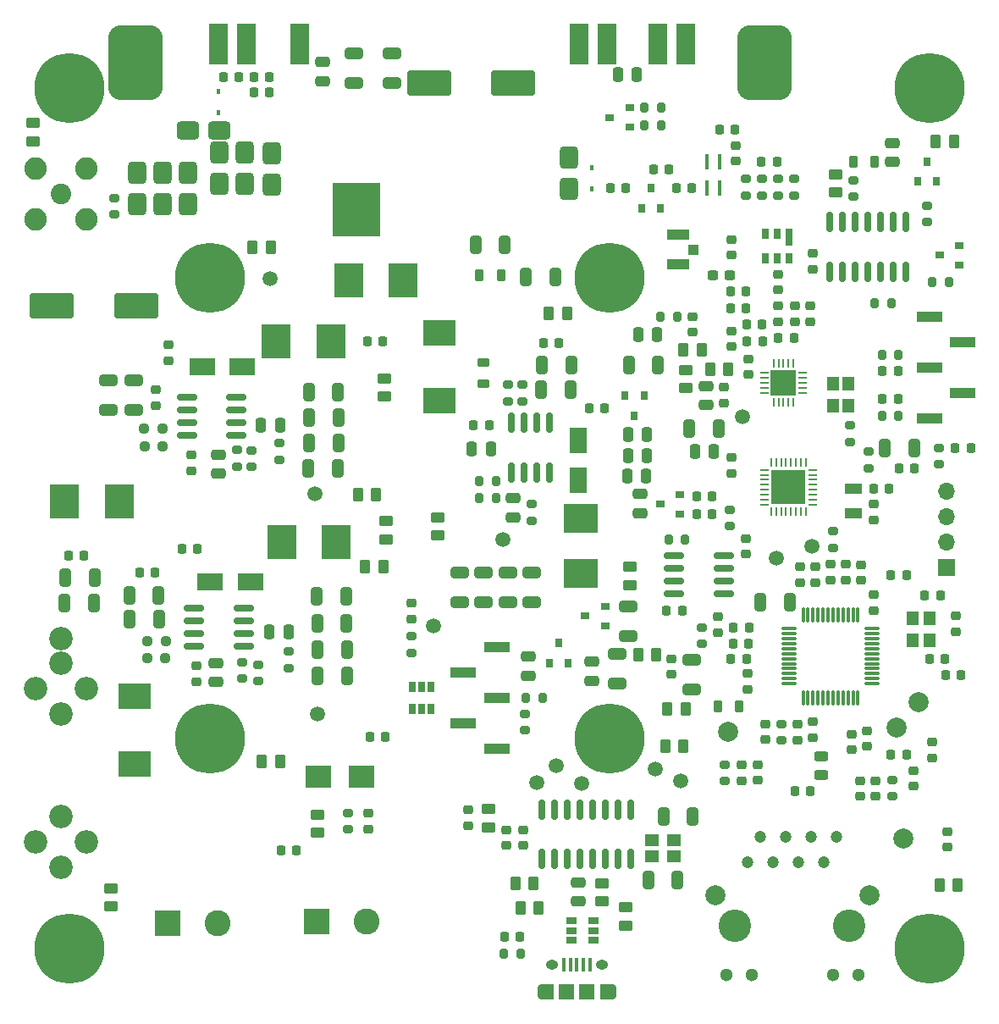
<source format=gts>
G04 #@! TF.GenerationSoftware,KiCad,Pcbnew,6.0.2+dfsg-1*
G04 #@! TF.CreationDate,2023-04-26T18:19:56+03:00*
G04 #@! TF.ProjectId,TACNPR,5441434e-5052-42e6-9b69-6361645f7063,rev?*
G04 #@! TF.SameCoordinates,Original*
G04 #@! TF.FileFunction,Soldermask,Top*
G04 #@! TF.FilePolarity,Negative*
%FSLAX46Y46*%
G04 Gerber Fmt 4.6, Leading zero omitted, Abs format (unit mm)*
G04 Created by KiCad (PCBNEW 6.0.2+dfsg-1) date 2023-04-26 18:19:56*
%MOMM*%
%LPD*%
G01*
G04 APERTURE LIST*
G04 Aperture macros list*
%AMRoundRect*
0 Rectangle with rounded corners*
0 $1 Rounding radius*
0 $2 $3 $4 $5 $6 $7 $8 $9 X,Y pos of 4 corners*
0 Add a 4 corners polygon primitive as box body*
4,1,4,$2,$3,$4,$5,$6,$7,$8,$9,$2,$3,0*
0 Add four circle primitives for the rounded corners*
1,1,$1+$1,$2,$3*
1,1,$1+$1,$4,$5*
1,1,$1+$1,$6,$7*
1,1,$1+$1,$8,$9*
0 Add four rect primitives between the rounded corners*
20,1,$1+$1,$2,$3,$4,$5,0*
20,1,$1+$1,$4,$5,$6,$7,0*
20,1,$1+$1,$6,$7,$8,$9,0*
20,1,$1+$1,$8,$9,$2,$3,0*%
%AMFreePoly0*
4,1,5,0.900000,-2.000000,-0.900000,-2.000000,-0.900000,2.000000,0.900000,2.000000,0.900000,-2.000000,0.900000,-2.000000,$1*%
G04 Aperture macros list end*
%ADD10C,0.100000*%
%ADD11RoundRect,0.225000X-0.225000X-0.250000X0.225000X-0.250000X0.225000X0.250000X-0.225000X0.250000X0*%
%ADD12RoundRect,0.200000X0.275000X-0.200000X0.275000X0.200000X-0.275000X0.200000X-0.275000X-0.200000X0*%
%ADD13RoundRect,0.150000X0.825000X0.150000X-0.825000X0.150000X-0.825000X-0.150000X0.825000X-0.150000X0*%
%ADD14RoundRect,0.225000X0.250000X-0.225000X0.250000X0.225000X-0.250000X0.225000X-0.250000X-0.225000X0*%
%ADD15C,1.500000*%
%ADD16R,2.950000X3.500000*%
%ADD17RoundRect,0.249999X-0.325001X-0.650001X0.325001X-0.650001X0.325001X0.650001X-0.325001X0.650001X0*%
%ADD18RoundRect,0.249999X0.650001X-0.325001X0.650001X0.325001X-0.650001X0.325001X-0.650001X-0.325001X0*%
%ADD19RoundRect,0.218750X-0.256250X0.218750X-0.256250X-0.218750X0.256250X-0.218750X0.256250X0.218750X0*%
%ADD20RoundRect,0.250000X-0.475000X0.250000X-0.475000X-0.250000X0.475000X-0.250000X0.475000X0.250000X0*%
%ADD21R,2.500000X1.800000*%
%ADD22RoundRect,0.237500X0.250000X0.237500X-0.250000X0.237500X-0.250000X-0.237500X0.250000X-0.237500X0*%
%ADD23RoundRect,0.200000X-0.275000X0.200000X-0.275000X-0.200000X0.275000X-0.200000X0.275000X0.200000X0*%
%ADD24RoundRect,0.150000X-0.825000X-0.150000X0.825000X-0.150000X0.825000X0.150000X-0.825000X0.150000X0*%
%ADD25RoundRect,0.249999X0.325001X0.650001X-0.325001X0.650001X-0.325001X-0.650001X0.325001X-0.650001X0*%
%ADD26C,3.900000*%
%ADD27C,7.000000*%
%ADD28RoundRect,0.250000X0.250000X0.475000X-0.250000X0.475000X-0.250000X-0.475000X0.250000X-0.475000X0*%
%ADD29RoundRect,0.218750X0.218750X0.256250X-0.218750X0.256250X-0.218750X-0.256250X0.218750X-0.256250X0*%
%ADD30R,3.500000X2.950000*%
%ADD31RoundRect,0.150000X-0.150000X0.825000X-0.150000X-0.825000X0.150000X-0.825000X0.150000X0.825000X0*%
%ADD32RoundRect,0.200000X0.200000X0.275000X-0.200000X0.275000X-0.200000X-0.275000X0.200000X-0.275000X0*%
%ADD33RoundRect,0.200000X-0.200000X-0.275000X0.200000X-0.275000X0.200000X0.275000X-0.200000X0.275000X0*%
%ADD34RoundRect,0.237500X-0.250000X-0.237500X0.250000X-0.237500X0.250000X0.237500X-0.250000X0.237500X0*%
%ADD35RoundRect,0.249999X0.450001X-0.262501X0.450001X0.262501X-0.450001X0.262501X-0.450001X-0.262501X0*%
%ADD36R,0.650000X1.060000*%
%ADD37RoundRect,0.250000X-1.950000X-1.000000X1.950000X-1.000000X1.950000X1.000000X-1.950000X1.000000X0*%
%ADD38RoundRect,0.225000X0.225000X0.250000X-0.225000X0.250000X-0.225000X-0.250000X0.225000X-0.250000X0*%
%ADD39RoundRect,0.250000X-0.250000X-0.475000X0.250000X-0.475000X0.250000X0.475000X-0.250000X0.475000X0*%
%ADD40RoundRect,0.249999X-0.650001X0.325001X-0.650001X-0.325001X0.650001X-0.325001X0.650001X0.325001X0*%
%ADD41R,1.800000X2.500000*%
%ADD42RoundRect,0.249999X0.262501X0.450001X-0.262501X0.450001X-0.262501X-0.450001X0.262501X-0.450001X0*%
%ADD43RoundRect,0.249999X-0.450001X0.262501X-0.450001X-0.262501X0.450001X-0.262501X0.450001X0.262501X0*%
%ADD44RoundRect,0.218750X0.256250X-0.218750X0.256250X0.218750X-0.256250X0.218750X-0.256250X-0.218750X0*%
%ADD45RoundRect,0.225000X-0.250000X0.225000X-0.250000X-0.225000X0.250000X-0.225000X0.250000X0.225000X0*%
%ADD46C,2.050000*%
%ADD47C,2.250000*%
%ADD48RoundRect,0.250000X0.475000X-0.250000X0.475000X0.250000X-0.475000X0.250000X-0.475000X-0.250000X0*%
%ADD49R,0.900000X0.800000*%
%ADD50RoundRect,0.062500X-0.062500X0.362500X-0.062500X-0.362500X0.062500X-0.362500X0.062500X0.362500X0*%
%ADD51RoundRect,0.062500X-0.362500X0.062500X-0.362500X-0.062500X0.362500X-0.062500X0.362500X0.062500X0*%
%ADD52R,2.600000X2.600000*%
%ADD53FreePoly0,0.000000*%
%ADD54RoundRect,1.375000X-1.375000X-2.375000X1.375000X-2.375000X1.375000X2.375000X-1.375000X2.375000X0*%
%ADD55R,1.400000X1.150000*%
%ADD56R,1.060000X0.650000*%
%ADD57RoundRect,0.150000X0.150000X-0.825000X0.150000X0.825000X-0.150000X0.825000X-0.150000X-0.825000X0*%
%ADD58R,1.700000X1.700000*%
%ADD59O,1.700000X1.700000*%
%ADD60RoundRect,0.249999X-0.262501X-0.450001X0.262501X-0.450001X0.262501X0.450001X-0.262501X0.450001X0*%
%ADD61RoundRect,0.218750X0.381250X-0.218750X0.381250X0.218750X-0.381250X0.218750X-0.381250X-0.218750X0*%
%ADD62RoundRect,0.340200X-0.559800X0.759800X-0.559800X-0.759800X0.559800X-0.759800X0.559800X0.759800X0*%
%ADD63R,0.450000X0.600000*%
%ADD64RoundRect,0.218750X-0.218750X-0.256250X0.218750X-0.256250X0.218750X0.256250X-0.218750X0.256250X0*%
%ADD65R,0.800000X0.900000*%
%ADD66C,2.600000*%
%ADD67R,2.510000X1.000000*%
%ADD68R,0.400000X1.500000*%
%ADD69RoundRect,0.218750X-0.218750X-0.381250X0.218750X-0.381250X0.218750X0.381250X-0.218750X0.381250X0*%
%ADD70RoundRect,0.237500X0.300000X0.237500X-0.300000X0.237500X-0.300000X-0.237500X0.300000X-0.237500X0*%
%ADD71R,1.150000X1.400000*%
%ADD72R,0.650000X1.750000*%
%ADD73R,0.650000X1.000000*%
%ADD74R,3.300000X2.500000*%
%ADD75RoundRect,0.340200X-0.759800X-0.559800X0.759800X-0.559800X0.759800X0.559800X-0.759800X0.559800X0*%
%ADD76RoundRect,0.340200X0.559800X-0.759800X0.559800X0.759800X-0.559800X0.759800X-0.559800X-0.759800X0*%
%ADD77R,1.050000X1.000000*%
%ADD78R,2.200000X1.050000*%
%ADD79C,2.350000*%
%ADD80R,0.400000X1.350000*%
%ADD81O,1.250000X0.950000*%
%ADD82O,0.890000X1.550000*%
%ADD83R,1.500000X1.550000*%
%ADD84R,1.200000X1.550000*%
%ADD85R,2.500000X2.300000*%
%ADD86RoundRect,0.243750X-0.456250X0.243750X-0.456250X-0.243750X0.456250X-0.243750X0.456250X0.243750X0*%
%ADD87RoundRect,0.250000X-0.650000X0.325000X-0.650000X-0.325000X0.650000X-0.325000X0.650000X0.325000X0*%
%ADD88RoundRect,0.250000X-0.325000X-0.650000X0.325000X-0.650000X0.325000X0.650000X-0.325000X0.650000X0*%
%ADD89C,2.000000*%
%ADD90C,3.250000*%
%ADD91C,1.200000*%
%ADD92C,1.300000*%
%ADD93R,1.800000X1.000000*%
%ADD94RoundRect,0.062500X0.375000X0.062500X-0.375000X0.062500X-0.375000X-0.062500X0.375000X-0.062500X0*%
%ADD95RoundRect,0.062500X0.062500X0.375000X-0.062500X0.375000X-0.062500X-0.375000X0.062500X-0.375000X0*%
%ADD96R,3.450000X3.450000*%
%ADD97RoundRect,0.075000X-0.662500X-0.075000X0.662500X-0.075000X0.662500X0.075000X-0.662500X0.075000X0*%
%ADD98RoundRect,0.075000X-0.075000X-0.662500X0.075000X-0.662500X0.075000X0.662500X-0.075000X0.662500X0*%
%ADD99R,1.200000X1.400000*%
%ADD100RoundRect,0.250000X0.262500X0.450000X-0.262500X0.450000X-0.262500X-0.450000X0.262500X-0.450000X0*%
G04 APERTURE END LIST*
D10*
X126806974Y-53040586D02*
X126796814Y-58300926D01*
X126796814Y-58300926D02*
X122184160Y-58309510D01*
X122184160Y-58309510D02*
X122184160Y-53054250D01*
X122184160Y-53054250D02*
X126806974Y-53040586D01*
G36*
X126796814Y-58300926D02*
G01*
X122184160Y-58309510D01*
X122184160Y-53054250D01*
X126806974Y-53040586D01*
X126796814Y-58300926D01*
G37*
X126796814Y-58300926D02*
X122184160Y-58309510D01*
X122184160Y-53054250D01*
X126806974Y-53040586D01*
X126796814Y-58300926D01*
D11*
X155562000Y-95758000D03*
X157112000Y-95758000D03*
D12*
X172182000Y-89501000D03*
X172182000Y-87851000D03*
D13*
X161275800Y-94132400D03*
X161275800Y-92862400D03*
X161275800Y-91592400D03*
X161275800Y-90322400D03*
X156325800Y-90322400D03*
X156325800Y-91592400D03*
X156325800Y-92862400D03*
X156325800Y-94132400D03*
D14*
X162052000Y-82042000D03*
X162052000Y-80492000D03*
D15*
X166582000Y-90576000D03*
D16*
X95369800Y-84886800D03*
X100819800Y-84886800D03*
D17*
X95348000Y-94996000D03*
X98298000Y-94996000D03*
D18*
X99745800Y-75681100D03*
X99745800Y-72731100D03*
D14*
X104521000Y-75260500D03*
X104521000Y-73710500D03*
D19*
X108066840Y-80228340D03*
X108066840Y-81803340D03*
D20*
X110744000Y-80167440D03*
X110744000Y-82067440D03*
D17*
X143038300Y-73682860D03*
X145988300Y-73682860D03*
D21*
X113107220Y-71368920D03*
X109107220Y-71368920D03*
D22*
X105184580Y-79375000D03*
X103359580Y-79375000D03*
D23*
X116840000Y-79058000D03*
X116840000Y-80708000D03*
X112593120Y-79738720D03*
X112593120Y-81388720D03*
D24*
X107608600Y-74409300D03*
X107608600Y-75679300D03*
X107608600Y-76949300D03*
X107608600Y-78219300D03*
X112558600Y-78219300D03*
X112558600Y-76949300D03*
X112558600Y-75679300D03*
X112558600Y-74409300D03*
D16*
X116520380Y-68834000D03*
X121970380Y-68834000D03*
D25*
X122732060Y-78999080D03*
X119782060Y-78999080D03*
X122729520Y-76464160D03*
X119779520Y-76464160D03*
X122706660Y-81551780D03*
X119756660Y-81551780D03*
X122714280Y-73914000D03*
X119764280Y-73914000D03*
D26*
X95864000Y-43540000D03*
D27*
X95864000Y-43540000D03*
X95864000Y-129540000D03*
D26*
X95864000Y-129540000D03*
D27*
X109864000Y-108540000D03*
D26*
X109864000Y-108540000D03*
D20*
X140223240Y-84541320D03*
X140223240Y-86441320D03*
D28*
X137983000Y-79644240D03*
X136083000Y-79644240D03*
D12*
X141157960Y-74860920D03*
X141157960Y-73210920D03*
D29*
X137825580Y-77282040D03*
X136250580Y-77282040D03*
D23*
X139684760Y-73216000D03*
X139684760Y-74866000D03*
D30*
X146964400Y-86581400D03*
X146964400Y-92031400D03*
D11*
X143227760Y-69016880D03*
X144777760Y-69016880D03*
D31*
X143832580Y-77004140D03*
X142562580Y-77004140D03*
X141292580Y-77004140D03*
X140022580Y-77004140D03*
X140022580Y-81954140D03*
X141292580Y-81954140D03*
X142562580Y-81954140D03*
X143832580Y-81954140D03*
D17*
X143066240Y-71231760D03*
X146016240Y-71231760D03*
D32*
X138508240Y-82839560D03*
X136858240Y-82839560D03*
D33*
X136840460Y-84488020D03*
X138490460Y-84488020D03*
D26*
X149864000Y-62540000D03*
D27*
X149864000Y-62540000D03*
X181864000Y-129540000D03*
D26*
X181864000Y-129540000D03*
D18*
X102247700Y-75681100D03*
X102247700Y-72731100D03*
D34*
X103329100Y-77609700D03*
X105154100Y-77609700D03*
D35*
X120650000Y-118006500D03*
X120650000Y-116181500D03*
D33*
X141516600Y-104495600D03*
X143166600Y-104495600D03*
D36*
X130114000Y-105646400D03*
X131064000Y-105646400D03*
X132014000Y-105646400D03*
X132014000Y-103446400D03*
X131064000Y-103446400D03*
X130114000Y-103446400D03*
D37*
X94098000Y-65278000D03*
X102498000Y-65278000D03*
D27*
X109864000Y-62540000D03*
D26*
X109864000Y-62540000D03*
D27*
X149864000Y-108540000D03*
D26*
X149864000Y-108540000D03*
D23*
X130048000Y-98362000D03*
X130048000Y-100012000D03*
X113111280Y-100927400D03*
X113111280Y-102577400D03*
D12*
X114757200Y-102831400D03*
X114757200Y-101181400D03*
D38*
X104409500Y-91973400D03*
X102859500Y-91973400D03*
D19*
X108574840Y-101320500D03*
X108574840Y-102895500D03*
D38*
X108636100Y-89608660D03*
X107086100Y-89608660D03*
D25*
X123552480Y-94335600D03*
X120602480Y-94335600D03*
D39*
X115864600Y-97891600D03*
X117764600Y-97891600D03*
D20*
X110490000Y-101031000D03*
X110490000Y-102931000D03*
D25*
X123587300Y-99689920D03*
X120637300Y-99689920D03*
X123585500Y-102306120D03*
X120635500Y-102306120D03*
X104776800Y-96647000D03*
X101826800Y-96647000D03*
X104764100Y-94234000D03*
X101814100Y-94234000D03*
X123570260Y-97017840D03*
X120620260Y-97017840D03*
D21*
X113937800Y-92925900D03*
X109937800Y-92925900D03*
D34*
X103636440Y-98806000D03*
X105461440Y-98806000D03*
D23*
X117805200Y-99860600D03*
X117805200Y-101510600D03*
D16*
X117094000Y-88900000D03*
X122544000Y-88900000D03*
D24*
X108307100Y-95542100D03*
X108307100Y-96812100D03*
X108307100Y-98082100D03*
X108307100Y-99352100D03*
X113257100Y-99352100D03*
X113257100Y-98082100D03*
X113257100Y-96812100D03*
X113257100Y-95542100D03*
D22*
X105448740Y-100545900D03*
X103623740Y-100545900D03*
D38*
X160147600Y-86143800D03*
X158597600Y-86143800D03*
D12*
X142082520Y-86768440D03*
X142082520Y-85118440D03*
D35*
X127533400Y-88669500D03*
X127533400Y-86844500D03*
D40*
X134874000Y-91994460D03*
X134874000Y-94944460D03*
X137287000Y-91997000D03*
X137287000Y-94947000D03*
X142113000Y-91997000D03*
X142113000Y-94947000D03*
D39*
X115001000Y-77216000D03*
X116901000Y-77216000D03*
D38*
X149365000Y-75590400D03*
X147815000Y-75590400D03*
D11*
X125907500Y-108394500D03*
X127457500Y-108394500D03*
D18*
X124307600Y-43029400D03*
X124307600Y-40079400D03*
D41*
X146705320Y-82759300D03*
X146705320Y-78759300D03*
D40*
X139700000Y-92002080D03*
X139700000Y-94952080D03*
D12*
X114071400Y-81424280D03*
X114071400Y-79774280D03*
D17*
X95426000Y-92456000D03*
X98376000Y-92456000D03*
D42*
X126525660Y-84165440D03*
X124700660Y-84165440D03*
X127252100Y-91363800D03*
X125427100Y-91363800D03*
D43*
X132715000Y-86463500D03*
X132715000Y-88288500D03*
D19*
X130048000Y-95034000D03*
X130048000Y-96609000D03*
D44*
X125730000Y-117627500D03*
X125730000Y-116052500D03*
D45*
X162026600Y-67843100D03*
X162026600Y-69393100D03*
D46*
X94996000Y-54102000D03*
D47*
X92456000Y-56642000D03*
X92456000Y-51562000D03*
X97536000Y-51562000D03*
X97536000Y-56642000D03*
D48*
X159542480Y-75245000D03*
X159542480Y-73345000D03*
D23*
X123698000Y-116015000D03*
X123698000Y-117665000D03*
D39*
X150688000Y-42164000D03*
X152588000Y-42164000D03*
D16*
X129217000Y-62738000D03*
X123767000Y-62738000D03*
D20*
X148107000Y-100876000D03*
X148107000Y-102776000D03*
D40*
X151739600Y-95349800D03*
X151739600Y-98299800D03*
D39*
X158409600Y-79857600D03*
X160309600Y-79857600D03*
D17*
X157835600Y-77622400D03*
X160785600Y-77622400D03*
D49*
X149437600Y-97266800D03*
X149437600Y-95366800D03*
X147437600Y-96316800D03*
D50*
X168259000Y-71100000D03*
X167759000Y-71100000D03*
X167259000Y-71100000D03*
X166759000Y-71100000D03*
X166259000Y-71100000D03*
D51*
X165334000Y-72025000D03*
X165334000Y-72525000D03*
X165334000Y-73025000D03*
X165334000Y-73525000D03*
X165334000Y-74025000D03*
D50*
X166259000Y-74950000D03*
X166759000Y-74950000D03*
X167259000Y-74950000D03*
X167759000Y-74950000D03*
X168259000Y-74950000D03*
D51*
X169184000Y-74025000D03*
X169184000Y-73525000D03*
X169184000Y-73025000D03*
X169184000Y-72525000D03*
X169184000Y-72025000D03*
D52*
X167259000Y-73025000D03*
D14*
X161290000Y-75014120D03*
X161290000Y-73464120D03*
D53*
X110744000Y-39141400D03*
X113538000Y-39141400D03*
X118872000Y-39141400D03*
X146812000Y-39141400D03*
X149606000Y-39141400D03*
X154686000Y-39141400D03*
X157480000Y-39141400D03*
D54*
X102489000Y-41046400D03*
X165354000Y-41046400D03*
D14*
X141224000Y-119240600D03*
X141224000Y-117690600D03*
X139573000Y-119240600D03*
X139573000Y-117690600D03*
D20*
X141732000Y-100396000D03*
X141732000Y-102296000D03*
D12*
X141427200Y-107759000D03*
X141427200Y-106109000D03*
D40*
X150582000Y-100121000D03*
X150582000Y-103071000D03*
D55*
X156294000Y-118707000D03*
X154094000Y-118707000D03*
X154094000Y-120307000D03*
X156294000Y-120307000D03*
D56*
X148293000Y-128712000D03*
X148293000Y-127762000D03*
X148293000Y-126812000D03*
X146093000Y-126812000D03*
X146093000Y-127762000D03*
X146093000Y-128712000D03*
D17*
X153719000Y-122682000D03*
X156669000Y-122682000D03*
D57*
X143078200Y-120610400D03*
X144348200Y-120610400D03*
X145618200Y-120610400D03*
X146888200Y-120610400D03*
X148158200Y-120610400D03*
X149428200Y-120610400D03*
X150698200Y-120610400D03*
X151968200Y-120610400D03*
X151968200Y-115660400D03*
X150698200Y-115660400D03*
X149428200Y-115660400D03*
X148158200Y-115660400D03*
X146888200Y-115660400D03*
X145618200Y-115660400D03*
X144348200Y-115660400D03*
X143078200Y-115660400D03*
D43*
X151511000Y-125452500D03*
X151511000Y-127277500D03*
D58*
X183591200Y-91490800D03*
D59*
X183591200Y-88950800D03*
X183591200Y-86410800D03*
X183591200Y-83870800D03*
D14*
X135686800Y-117259400D03*
X135686800Y-115709400D03*
D29*
X140919200Y-128371600D03*
X139344200Y-128371600D03*
D33*
X139281400Y-130048000D03*
X140931400Y-130048000D03*
D15*
X142595600Y-112979200D03*
D48*
X146761200Y-124825800D03*
X146761200Y-122925800D03*
D15*
X147066000Y-113030000D03*
X144526000Y-111252000D03*
D60*
X140438500Y-123063000D03*
X142263500Y-123063000D03*
X140946500Y-125476000D03*
X142771500Y-125476000D03*
D17*
X155243000Y-116332000D03*
X158193000Y-116332000D03*
D43*
X149098000Y-123039500D03*
X149098000Y-124864500D03*
D15*
X163132000Y-76401000D03*
D61*
X137287000Y-73071500D03*
X137287000Y-70946500D03*
D38*
X127201000Y-68834000D03*
X125651000Y-68834000D03*
D37*
X131791600Y-43078400D03*
X140191600Y-43078400D03*
D62*
X102616000Y-52031500D03*
X102616000Y-55156500D03*
D15*
X120357000Y-84076000D03*
D11*
X95745000Y-90297000D03*
X97295000Y-90297000D03*
D45*
X105740200Y-69227400D03*
X105740200Y-70777400D03*
D32*
X157416000Y-88646000D03*
X155766000Y-88646000D03*
D63*
X110744000Y-46008000D03*
X110744000Y-43908000D03*
D29*
X112801500Y-42418000D03*
X111226500Y-42418000D03*
D43*
X151917400Y-91391100D03*
X151917400Y-93216100D03*
D15*
X115887500Y-62611000D03*
D64*
X177127200Y-74625200D03*
X178702200Y-74625200D03*
D44*
X163525200Y-90144700D03*
X163525200Y-88569700D03*
D12*
X161899600Y-87337400D03*
X161899600Y-85687400D03*
D65*
X143830000Y-101025200D03*
X145730000Y-101025200D03*
X144780000Y-99025200D03*
D29*
X178714600Y-71787050D03*
X177139600Y-71787050D03*
D33*
X177102100Y-70212250D03*
X178752100Y-70212250D03*
D45*
X163776660Y-70621860D03*
X163776660Y-72171860D03*
D49*
X184845200Y-61198800D03*
X184845200Y-59298800D03*
X182845200Y-60248800D03*
D65*
X180682000Y-52876000D03*
X182582000Y-52876000D03*
X181632000Y-50876000D03*
D33*
X153353000Y-47244000D03*
X155003000Y-47244000D03*
D32*
X183806600Y-62941200D03*
X182156600Y-62941200D03*
D11*
X160870600Y-47675800D03*
X162420600Y-47675800D03*
D38*
X118567200Y-119786400D03*
X117017200Y-119786400D03*
D52*
X105664000Y-127050800D03*
D66*
X110664000Y-127050800D03*
D52*
X120599200Y-126898400D03*
D66*
X125599200Y-126898400D03*
D67*
X138561000Y-109575600D03*
X135251000Y-107035600D03*
X138561000Y-104495600D03*
X135251000Y-101955600D03*
X138561000Y-99415600D03*
D19*
X162458400Y-49275900D03*
X162458400Y-50850900D03*
D14*
X170180000Y-61633400D03*
X170180000Y-60083400D03*
D57*
X171894500Y-61898300D03*
X173164500Y-61898300D03*
X174434500Y-61898300D03*
X175704500Y-61898300D03*
X176974500Y-61898300D03*
X178244500Y-61898300D03*
X179514500Y-61898300D03*
X179514500Y-56948300D03*
X178244500Y-56948300D03*
X176974500Y-56948300D03*
X175704500Y-56948300D03*
X174434500Y-56948300D03*
X173164500Y-56948300D03*
X171894500Y-56948300D03*
D27*
X181864000Y-43540000D03*
D26*
X181864000Y-43540000D03*
D62*
X145796000Y-50520200D03*
X145796000Y-53645200D03*
D11*
X149910500Y-53530500D03*
X151460500Y-53530500D03*
X156514500Y-53530500D03*
X158064500Y-53530500D03*
D23*
X100330000Y-54547000D03*
X100330000Y-56197000D03*
D68*
X160875500Y-50870500D03*
X159575500Y-50870500D03*
X159575500Y-53530500D03*
X160875500Y-53530500D03*
D63*
X148082000Y-51528000D03*
X148082000Y-53628000D03*
D49*
X151876000Y-47432000D03*
X151876000Y-45532000D03*
X149876000Y-46482000D03*
D17*
X141476200Y-62433200D03*
X144426200Y-62433200D03*
D25*
X139397000Y-59182000D03*
X136447000Y-59182000D03*
D69*
X136859500Y-62230000D03*
X138984500Y-62230000D03*
D33*
X153353000Y-45466000D03*
X155003000Y-45466000D03*
D23*
X174244000Y-52769000D03*
X174244000Y-54419000D03*
D49*
X156917900Y-86090800D03*
X156917900Y-84190800D03*
X154917900Y-85140800D03*
D39*
X151691300Y-80264000D03*
X153591300Y-80264000D03*
X152732700Y-68199000D03*
X154632700Y-68199000D03*
D17*
X151777700Y-71247000D03*
X154727700Y-71247000D03*
D65*
X153299200Y-74311000D03*
X151399200Y-74311000D03*
X152349200Y-76311000D03*
D39*
X151643000Y-82296000D03*
X153543000Y-82296000D03*
X151701500Y-78206600D03*
X153601500Y-78206600D03*
D44*
X158191200Y-67945100D03*
X158191200Y-66370100D03*
D32*
X156603200Y-66395600D03*
X154953200Y-66395600D03*
D42*
X161745300Y-71628000D03*
X159920300Y-71628000D03*
D70*
X161898500Y-62230000D03*
X160173500Y-62230000D03*
D45*
X166738300Y-62153500D03*
X166738300Y-63703500D03*
D14*
X166738300Y-66891200D03*
X166738300Y-65341200D03*
D19*
X168363900Y-65333780D03*
X168363900Y-66908780D03*
D64*
X166722960Y-68483480D03*
X168297960Y-68483480D03*
D42*
X159060520Y-69723000D03*
X157235520Y-69723000D03*
D29*
X165189000Y-68846700D03*
X163614000Y-68846700D03*
D14*
X162052000Y-60211000D03*
X162052000Y-58661000D03*
D35*
X137718800Y-117447700D03*
X137718800Y-115622700D03*
D23*
X181610000Y-55309000D03*
X181610000Y-56959000D03*
D71*
X172174000Y-73118800D03*
X172174000Y-75318800D03*
X173774000Y-75318800D03*
X173774000Y-73118800D03*
D23*
X165061900Y-52641500D03*
X165061900Y-54291500D03*
D12*
X168313100Y-54266600D03*
X168313100Y-52616600D03*
D65*
X153037500Y-55530500D03*
X154937500Y-55530500D03*
X153987500Y-53530500D03*
D72*
X167824000Y-58459000D03*
D73*
X166624000Y-58084000D03*
X165424000Y-58084000D03*
X165424000Y-60534000D03*
X166624000Y-60534000D03*
X167824000Y-60534000D03*
D23*
X166674800Y-52616600D03*
X166674800Y-54266600D03*
D38*
X160147600Y-84365800D03*
X158597600Y-84365800D03*
D35*
X92202000Y-48867700D03*
X92202000Y-47042700D03*
D42*
X184300500Y-48895000D03*
X182475500Y-48895000D03*
D60*
X143764000Y-66040000D03*
X145589000Y-66040000D03*
D43*
X100012500Y-123547500D03*
X100012500Y-125372500D03*
D42*
X116894500Y-110851000D03*
X115069500Y-110851000D03*
X184694500Y-123176000D03*
X182869500Y-123176000D03*
D35*
X157480000Y-73556500D03*
X157480000Y-71731500D03*
D62*
X105156000Y-51993000D03*
X105156000Y-55118000D03*
D64*
X154228600Y-51714400D03*
X155803600Y-51714400D03*
D20*
X178182000Y-49026000D03*
X178182000Y-50926000D03*
D69*
X174219500Y-50876000D03*
X176344500Y-50876000D03*
D74*
X102362000Y-104296000D03*
X102362000Y-111096000D03*
X132842000Y-74774000D03*
X132842000Y-67974000D03*
D42*
X157264500Y-109346000D03*
X155439500Y-109346000D03*
X115974500Y-59436000D03*
X114149500Y-59436000D03*
D15*
X120632000Y-106101000D03*
X139192000Y-88646000D03*
X154432000Y-111620300D03*
X156972000Y-112776000D03*
D62*
X107696000Y-51993000D03*
X107696000Y-55118000D03*
D48*
X121158000Y-42860000D03*
X121158000Y-40960000D03*
D29*
X115849500Y-42418000D03*
X114274500Y-42418000D03*
D64*
X114274500Y-43942000D03*
X115849500Y-43942000D03*
D33*
X176365400Y-65024000D03*
X178015400Y-65024000D03*
D35*
X172466000Y-53998500D03*
X172466000Y-52173500D03*
D75*
X107696000Y-47752000D03*
X110821000Y-47752000D03*
D18*
X128117600Y-43029400D03*
X128117600Y-40079400D03*
D62*
X113347500Y-49999500D03*
X113347500Y-53124500D03*
D76*
X110871000Y-53124500D03*
X110871000Y-49999500D03*
D45*
X169938700Y-65328500D03*
X169938700Y-66878500D03*
D64*
X163565840Y-67157600D03*
X165140840Y-67157600D03*
D38*
X163525800Y-65565020D03*
X161975800Y-65565020D03*
D64*
X161950400Y-63906400D03*
X163525400Y-63906400D03*
D38*
X166598600Y-50914300D03*
X165048600Y-50914300D03*
D23*
X163474400Y-52642000D03*
X163474400Y-54292000D03*
D77*
X158217600Y-59688200D03*
D78*
X156692600Y-58213200D03*
X156692600Y-61163200D03*
D79*
X92456000Y-118872000D03*
X94996000Y-116332000D03*
X97536000Y-118872000D03*
X94996000Y-121412000D03*
X94996000Y-101012000D03*
X92456000Y-103552000D03*
X97536000Y-103552000D03*
X94996000Y-98552000D03*
X94996000Y-106092000D03*
D80*
X145283400Y-131188000D03*
X145933400Y-131188000D03*
X146583400Y-131188000D03*
X147233400Y-131188000D03*
X147883400Y-131188000D03*
D81*
X149083400Y-131188000D03*
D82*
X150083400Y-133888000D03*
D83*
X147583400Y-133888000D03*
X145583400Y-133888000D03*
D84*
X143683400Y-133888000D03*
D82*
X143083400Y-133888000D03*
D81*
X144083400Y-131188000D03*
D84*
X149483400Y-133888000D03*
D62*
X116078000Y-50038000D03*
X116078000Y-53163000D03*
D85*
X120713500Y-112395000D03*
X125013500Y-112395000D03*
D43*
X127355600Y-72544300D03*
X127355600Y-74369300D03*
D29*
X182956300Y-94234000D03*
X181381300Y-94234000D03*
D64*
X181838500Y-100584000D03*
X183413500Y-100584000D03*
D45*
X174052000Y-108141000D03*
X174052000Y-109691000D03*
X156082000Y-100621000D03*
X156082000Y-102171000D03*
X175582000Y-107801000D03*
X175582000Y-109351000D03*
D86*
X171020500Y-110314500D03*
X171020500Y-112189500D03*
D87*
X158082000Y-100726000D03*
X158082000Y-103676000D03*
D88*
X164945800Y-94945200D03*
X167895800Y-94945200D03*
D45*
X174882000Y-112801000D03*
X174882000Y-114351000D03*
D14*
X164682000Y-112751000D03*
X164682000Y-111201000D03*
D38*
X169939000Y-113792000D03*
X168389000Y-113792000D03*
D19*
X184482000Y-96288500D03*
X184482000Y-97863500D03*
D44*
X176276000Y-95783500D03*
X176276000Y-94208500D03*
X175006000Y-92761000D03*
X175006000Y-91186000D03*
D19*
X170434000Y-91414500D03*
X170434000Y-92989500D03*
X171958000Y-91160500D03*
X171958000Y-92735500D03*
X173482000Y-91160500D03*
X173482000Y-92735500D03*
X163626800Y-102082500D03*
X163626800Y-103657500D03*
D44*
X165455600Y-108686700D03*
X165455600Y-107111700D03*
D64*
X162234500Y-97486000D03*
X163809500Y-97486000D03*
X161994500Y-100576000D03*
X163569500Y-100576000D03*
D29*
X179569500Y-110176000D03*
X177994500Y-110176000D03*
D19*
X168656000Y-107162500D03*
X168656000Y-108737500D03*
X163068000Y-111226500D03*
X163068000Y-112801500D03*
X160662000Y-96398500D03*
X160662000Y-97973500D03*
X176482000Y-112788500D03*
X176482000Y-114363500D03*
X170180000Y-106908500D03*
X170180000Y-108483500D03*
X183642000Y-117856000D03*
X183642000Y-119431000D03*
X182118000Y-108940500D03*
X182118000Y-110515500D03*
D89*
X180797200Y-104952800D03*
X178562000Y-107442000D03*
D64*
X178003000Y-92202000D03*
X179578000Y-92202000D03*
D90*
X162433000Y-127254000D03*
X173863000Y-127254000D03*
D91*
X163703000Y-120904000D03*
X164973000Y-118364000D03*
X166243000Y-120904000D03*
X167513000Y-118364000D03*
X168783000Y-120904000D03*
X170053000Y-118364000D03*
X171323000Y-120904000D03*
X172593000Y-118364000D03*
D92*
X161523000Y-132154000D03*
X164063000Y-132154000D03*
X172233000Y-132154000D03*
X174773000Y-132154000D03*
D89*
X160403000Y-124204000D03*
X175893000Y-124204000D03*
D45*
X168882000Y-91401000D03*
X168882000Y-92951000D03*
D93*
X174244000Y-86086000D03*
X174244000Y-83586000D03*
D14*
X176276000Y-86701000D03*
X176276000Y-85151000D03*
D11*
X176263000Y-83566000D03*
X177813000Y-83566000D03*
D38*
X185991800Y-79552800D03*
X184441800Y-79552800D03*
D12*
X175768000Y-81534000D03*
X175768000Y-79884000D03*
X173939200Y-78904600D03*
X173939200Y-77254600D03*
X182829200Y-81139800D03*
X182829200Y-79489800D03*
D32*
X178765200Y-76301600D03*
X177115200Y-76301600D03*
D17*
X177391800Y-79552800D03*
X180341800Y-79552800D03*
D20*
X152908000Y-84140000D03*
X152908000Y-86040000D03*
D11*
X178803000Y-81534000D03*
X180353000Y-81534000D03*
D94*
X170197500Y-85196000D03*
X170197500Y-84696000D03*
X170197500Y-84196000D03*
X170197500Y-83696000D03*
X170197500Y-83196000D03*
X170197500Y-82696000D03*
X170197500Y-82196000D03*
X170197500Y-81696000D03*
D95*
X169510000Y-81008500D03*
X169010000Y-81008500D03*
X168510000Y-81008500D03*
X168010000Y-81008500D03*
X167510000Y-81008500D03*
X167010000Y-81008500D03*
X166510000Y-81008500D03*
X166010000Y-81008500D03*
D94*
X165322500Y-81696000D03*
X165322500Y-82196000D03*
X165322500Y-82696000D03*
X165322500Y-83196000D03*
X165322500Y-83696000D03*
X165322500Y-84196000D03*
X165322500Y-84696000D03*
X165322500Y-85196000D03*
D95*
X166010000Y-85883500D03*
X166510000Y-85883500D03*
X167010000Y-85883500D03*
X167510000Y-85883500D03*
X168010000Y-85883500D03*
X168510000Y-85883500D03*
X169010000Y-85883500D03*
X169510000Y-85883500D03*
D96*
X167760000Y-83446000D03*
D14*
X180289200Y-113297000D03*
X180289200Y-111747000D03*
D97*
X167795500Y-97580000D03*
X167795500Y-98080000D03*
X167795500Y-98580000D03*
X167795500Y-99080000D03*
X167795500Y-99580000D03*
X167795500Y-100080000D03*
X167795500Y-100580000D03*
X167795500Y-101080000D03*
X167795500Y-101580000D03*
X167795500Y-102080000D03*
X167795500Y-102580000D03*
X167795500Y-103080000D03*
D98*
X169208000Y-104492500D03*
X169708000Y-104492500D03*
X170208000Y-104492500D03*
X170708000Y-104492500D03*
X171208000Y-104492500D03*
X171708000Y-104492500D03*
X172208000Y-104492500D03*
X172708000Y-104492500D03*
X173208000Y-104492500D03*
X173708000Y-104492500D03*
X174208000Y-104492500D03*
X174708000Y-104492500D03*
D97*
X176120500Y-103080000D03*
X176120500Y-102580000D03*
X176120500Y-102080000D03*
X176120500Y-101580000D03*
X176120500Y-101080000D03*
X176120500Y-100580000D03*
X176120500Y-100080000D03*
X176120500Y-99580000D03*
X176120500Y-99080000D03*
X176120500Y-98580000D03*
X176120500Y-98080000D03*
X176120500Y-97580000D03*
D98*
X174708000Y-96167500D03*
X174208000Y-96167500D03*
X173708000Y-96167500D03*
X173208000Y-96167500D03*
X172708000Y-96167500D03*
X172208000Y-96167500D03*
X171708000Y-96167500D03*
X171208000Y-96167500D03*
X170708000Y-96167500D03*
X170208000Y-96167500D03*
X169708000Y-96167500D03*
X169208000Y-96167500D03*
D99*
X181864000Y-98720000D03*
X181864000Y-96520000D03*
X180164000Y-96520000D03*
X180164000Y-98720000D03*
D15*
X170078400Y-89357200D03*
D23*
X167081200Y-107125000D03*
X167081200Y-108775000D03*
D89*
X161682000Y-107876000D03*
D23*
X159082000Y-97451000D03*
X159082000Y-99101000D03*
D15*
X132232400Y-97282000D03*
D11*
X183457000Y-102216000D03*
X185007000Y-102216000D03*
D23*
X178112000Y-112701000D03*
X178112000Y-114351000D03*
X161391600Y-111189000D03*
X161391600Y-112839000D03*
D100*
X154544500Y-100176000D03*
X152719500Y-100176000D03*
D69*
X160657000Y-105376000D03*
X162782000Y-105376000D03*
D89*
X179282000Y-118576000D03*
D100*
X157464500Y-105566000D03*
X155639500Y-105566000D03*
D38*
X163747000Y-99046000D03*
X162197000Y-99046000D03*
D67*
X181834600Y-66395600D03*
X185144600Y-68935600D03*
X181834600Y-71475600D03*
X185144600Y-74015600D03*
X181834600Y-76555600D03*
M02*

</source>
